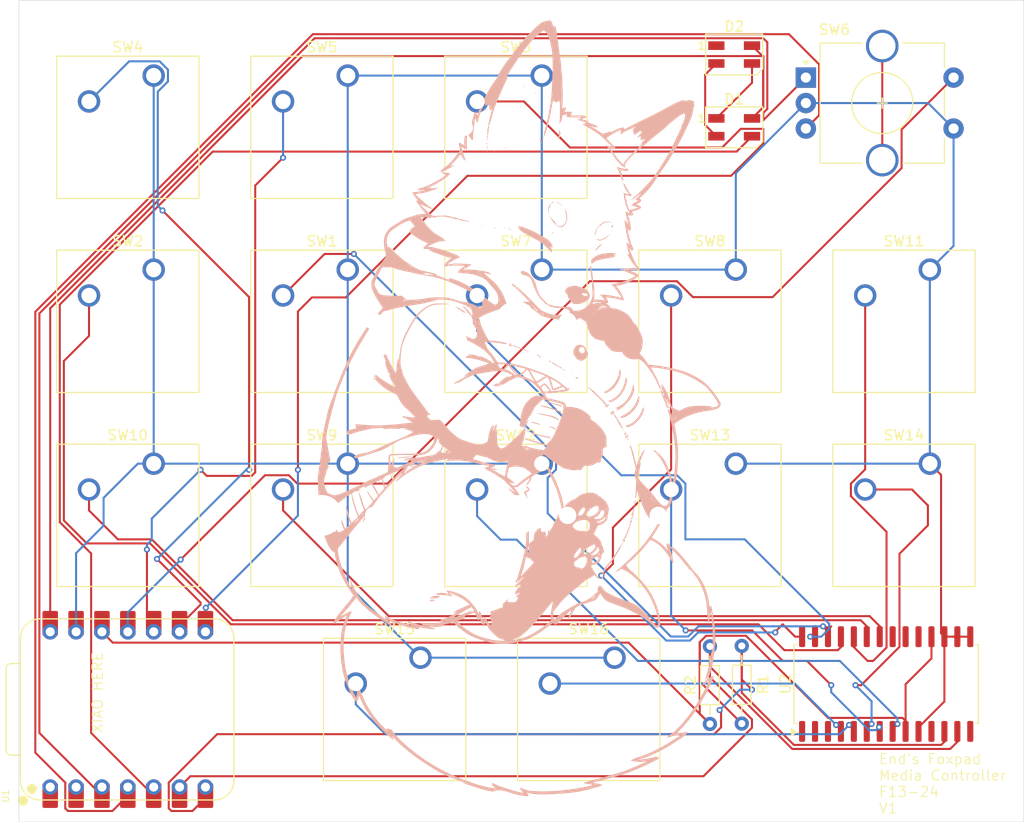
<source format=kicad_pcb>
(kicad_pcb (version 20240108) (generator "pcbnew") (generator_version "8.0")
  (layers (0 "F.Cu" signal) (31 "B.Cu" signal) (34 "B.Paste" user) (35 "F.Paste" user) (36 "B.SilkS" user "B.Silkscreen") (37 "F.SilkS" user "F.Silkscreen") (38 "B.Mask" user) (39 "F.Mask" user) (44 "Edge.Cuts" user))
  (net 0 "")
  (net 1 "Net-(D1-DIN)")
  (net 2 "Net-(D1-DOUT)")
  (net 3 "Net-(D1-VSS)")
  (net 4 "+5V")
  (net 6 "+3.3V")
  (net 7 "Net-(U1-GPIO0{slash}TX)")
  (net 8 "Net-(U1-GPIO7{slash}SCL)")
  (net 9 "Net-(U2-GPA5)")
  (net 10 "GND")
  (net 11 "Net-(U1-GPIO1{slash}RX)")
  (net 12 "Net-(U1-GPIO2{slash}SCK)")
  (net 13 "Net-(U1-GPIO4{slash}MISO)")
  (net 14 "ENC-B")
  (net 15 "ENC-A")
  (net 16 "Net-(U2-GPA6)")
  (net 17 "Net-(U2-GPA7)")
  (net 19 "Net-(U1-GPIO3{slash}MOSI)")
  (net 29 "unconnected-(SW6-PadMP)")
  (net 30 "Net-(U2-GPA4)")
  (net 31 "Net-(U2-GPA3)")
  (net 32 "Net-(U2-GPA1)")
  (net 33 "Net-(U2-GPB6)")
  (net 34 "Net-(U2-GPA2)")
  (net 35 "Net-(U2-GPB7)")
  (net 36 "Net-(U2-GPB5)")
  (net 37 "Net-(U2-GPB4)")
  (net 38 "Net-(U2-GPB3)")
  (footprint "3D Models:SW_Cherry_MX_1.00u_PCB_3D" (layer "F.Cu") (at 107.315 75.8825)
    (property "Reference" "SW5" (at -2.54 -2.794 0) (layer "F.SilkS"))
    (property "Value" "SW_Push")
    (pad "" np_thru_hole circle (at -7.62 5.08) (size 1.7 1.7) (drill 1.7) (layers "*.Cu" "*.Mask"))
    (pad "" np_thru_hole circle (at -2.54 5.08) (size 4 4) (drill 4) (layers "*.Cu" "*.Mask"))
    (pad "" np_thru_hole circle (at 2.54 5.08) (size 1.7 1.7) (drill 1.7) (layers "*.Cu" "*.Mask"))
    (pad "1" thru_hole circle (at 0 0) (size 2.2 2.2) (drill 1.5) (layers "*.Cu" "*.Mask") (net 10 "GND"))
    (pad "2" thru_hole circle (at -6.35 2.54) (size 2.2 2.2) (drill 1.5) (layers "*.Cu" "*.Mask") (net 13 "Net-(U1-GPIO4{slash}MISO)"))
  )
  (footprint "3D Models:SW_Cherry_MX_1.00u_PCB_3D" (layer "F.Cu") (at 126.365 94.9325)
    (property "Reference" "SW7" (at -2.54 -2.794 0) (layer "F.SilkS"))
    (property "Value" "SW_Push")
    (pad "" np_thru_hole circle (at -7.62 5.08) (size 1.7 1.7) (drill 1.7) (layers "*.Cu" "*.Mask"))
    (pad "" np_thru_hole circle (at -2.54 5.08) (size 4 4) (drill 4) (layers "*.Cu" "*.Mask"))
    (pad "" np_thru_hole circle (at 2.54 5.08) (size 1.7 1.7) (drill 1.7) (layers "*.Cu" "*.Mask"))
    (pad "1" thru_hole circle (at 0 0) (size 2.2 2.2) (drill 1.5) (layers "*.Cu" "*.Mask") (net 10 "GND"))
    (pad "2" thru_hole circle (at -6.35 2.54) (size 2.2 2.2) (drill 1.5) (layers "*.Cu" "*.Mask") (net 16 "Net-(U2-GPA6)"))
  )
  (footprint "3D Models:SW_Cherry_MX_1.00u_PCB_3D" (layer "F.Cu") (at 164.465 113.9825)
    (property "Reference" "SW14" (at -2.54 -2.794 0) (layer "F.SilkS"))
    (property "Value" "SW_Push")
    (pad "" np_thru_hole circle (at -7.62 5.08) (size 1.7 1.7) (drill 1.7) (layers "*.Cu" "*.Mask"))
    (pad "" np_thru_hole circle (at -2.54 5.08) (size 4 4) (drill 4) (layers "*.Cu" "*.Mask"))
    (pad "" np_thru_hole circle (at 2.54 5.08) (size 1.7 1.7) (drill 1.7) (layers "*.Cu" "*.Mask"))
    (pad "1" thru_hole circle (at 0 0) (size 2.2 2.2) (drill 1.5) (layers "*.Cu" "*.Mask") (net 10 "GND"))
    (pad "2" thru_hole circle (at -6.35 2.54) (size 2.2 2.2) (drill 1.5) (layers "*.Cu" "*.Mask") (net 36 "Net-(U2-GPB5)"))
  )
  (footprint "3D Models:SW_Cherry_MX_1.00u_PCB_3D" (layer "F.Cu") (at 107.315 94.9325)
    (property "Reference" "SW1" (at -2.54 -2.794 0) (layer "F.SilkS"))
    (property "Value" "SW_Push")
    (pad "" np_thru_hole circle (at -7.62 5.08) (size 1.7 1.7) (drill 1.7) (layers "*.Cu" "*.Mask"))
    (pad "" np_thru_hole circle (at -2.54 5.08) (size 4 4) (drill 4) (layers "*.Cu" "*.Mask"))
    (pad "" np_thru_hole circle (at 2.54 5.08) (size 1.7 1.7) (drill 1.7) (layers "*.Cu" "*.Mask"))
    (pad "1" thru_hole circle (at 0 0) (size 2.2 2.2) (drill 1.5) (layers "*.Cu" "*.Mask") (net 10 "GND"))
    (pad "2" thru_hole circle (at -6.35 2.54) (size 2.2 2.2) (drill 1.5) (layers "*.Cu" "*.Mask") (net 9 "Net-(U2-GPA5)"))
  )
  (footprint "3D Models:SW_Cherry_MX_1.00u_PCB_3D" (layer "F.Cu") (at 126.365 113.9825)
    (property "Reference" "SW12" (at -2.54 -2.794 0) (layer "F.SilkS"))
    (property "Value" "SW_Push")
    (pad "" np_thru_hole circle (at -7.62 5.08) (size 1.7 1.7) (drill 1.7) (layers "*.Cu" "*.Mask"))
    (pad "" np_thru_hole circle (at -2.54 5.08) (size 4 4) (drill 4) (layers "*.Cu" "*.Mask"))
    (pad "" np_thru_hole circle (at 2.54 5.08) (size 1.7 1.7) (drill 1.7) (layers "*.Cu" "*.Mask"))
    (pad "1" thru_hole circle (at 0 0) (size 2.2 2.2) (drill 1.5) (layers "*.Cu" "*.Mask") (net 10 "GND"))
    (pad "2" thru_hole circle (at -6.35 2.54) (size 2.2 2.2) (drill 1.5) (layers "*.Cu" "*.Mask") (net 35 "Net-(U2-GPB7)"))
  )
  (footprint "3D Models:SW_Cherry_MX_1.00u_PCB_3D" (layer "F.Cu") (at 133.50875 133.0325)
    (property "Reference" "SW16" (at -2.54 -2.794 0) (layer "F.SilkS"))
    (property "Value" "SW_Push")
    (pad "" np_thru_hole circle (at -7.62 5.08) (size 1.7 1.7) (drill 1.7) (layers "*.Cu" "*.Mask"))
    (pad "" np_thru_hole circle (at -2.54 5.08) (size 4 4) (drill 4) (layers "*.Cu" "*.Mask"))
    (pad "" np_thru_hole circle (at 2.54 5.08) (size 1.7 1.7) (drill 1.7) (layers "*.Cu" "*.Mask"))
    (pad "1" thru_hole circle (at 0 0) (size 2.2 2.2) (drill 1.5) (layers "*.Cu" "*.Mask") (net 10 "GND"))
    (pad "2" thru_hole circle (at -6.35 2.54) (size 2.2 2.2) (drill 1.5) (layers "*.Cu" "*.Mask") (net 38 "Net-(U2-GPB3)"))
  )
  (footprint "3D Models:SW_Cherry_MX_1.00u_PCB_3D" (layer "F.Cu") (at 114.45875 133.0325)
    (property "Reference" "SW15" (at -2.54 -2.794 0) (layer "F.SilkS"))
    (property "Value" "SW_Push")
    (pad "" np_thru_hole circle (at -7.62 5.08) (size 1.7 1.7) (drill 1.7) (layers "*.Cu" "*.Mask"))
    (pad "" np_thru_hole circle (at -2.54 5.08) (size 4 4) (drill 4) (layers "*.Cu" "*.Mask"))
    (pad "" np_thru_hole circle (at 2.54 5.08) (size 1.7 1.7) (drill 1.7) (layers "*.Cu" "*.Mask"))
    (pad "1" thru_hole circle (at 0 0) (size 2.2 2.2) (drill 1.5) (layers "*.Cu" "*.Mask") (net 10 "GND"))
    (pad "2" thru_hole circle (at -6.35 2.54) (size 2.2 2.2) (drill 1.5) (layers "*.Cu" "*.Mask") (net 37 "Net-(U2-GPB4)"))
  )
  (footprint "3D Models:SW_Cherry_MX_1.00u_PCB_3D" (layer "F.Cu") (at 88.265 113.9825)
    (property "Reference" "SW10" (at -2.54 -2.794 0) (layer "F.SilkS"))
    (property "Value" "SW_Push")
    (pad "" np_thru_hole circle (at -7.62 5.08) (size 1.7 1.7) (drill 1.7) (layers "*.Cu" "*.Mask"))
    (pad "" np_thru_hole circle (at -2.54 5.08) (size 4 4) (drill 4) (layers "*.Cu" "*.Mask"))
    (pad "" np_thru_hole circle (at 2.54 5.08) (size 1.7 1.7) (drill 1.7) (layers "*.Cu" "*.Mask"))
    (pad "1" thru_hole circle (at 0 0) (size 2.2 2.2) (drill 1.5) (layers "*.Cu" "*.Mask") (net 10 "GND"))
    (pad "2" thru_hole circle (at -6.35 2.54) (size 2.2 2.2) (drill 1.5) (layers "*.Cu" "*.Mask") (net 34 "Net-(U2-GPA2)"))
  )
  (footprint "3D Models:SW_Cherry_MX_1.00u_PCB_3D" (layer "F.Cu") (at 164.465 94.9325)
    (property "Reference" "SW11" (at -2.54 -2.794 0) (layer "F.SilkS"))
    (property "Value" "SW_Push")
    (pad "" np_thru_hole circle (at -7.62 5.08) (size 1.7 1.7) (drill 1.7) (layers "*.Cu" "*.Mask"))
    (pad "" np_thru_hole circle (at -2.54 5.08) (size 4 4) (drill 4) (layers "*.Cu" "*.Mask"))
    (pad "" np_thru_hole circle (at 2.54 5.08) (size 1.7 1.7) (drill 1.7) (layers "*.Cu" "*.Mask"))
    (pad "1" thru_hole circle (at 0 0) (size 2.2 2.2) (drill 1.5) (layers "*.Cu" "*.Mask") (net 10 "GND"))
    (pad "2" thru_hole circle (at -6.35 2.54) (size 2.2 2.2) (drill 1.5) (layers "*.Cu" "*.Mask") (net 31 "Net-(U2-GPA3)"))
  )
  (footprint "3D Models:LED_SK6812MINI_PLCC4_3.5x3.5mm_P1.75mm_3D" (layer "F.Cu") (at 145.25625 80.9625)
    (property "Reference" "D1" (at 0 -2.75 0) (layer "F.SilkS"))
    (property "Value" "SK6812MINI")
    (fp_text user "1" (at -3.2 -0.875 0) (layer "F.SilkS") (effects (font (size 0.8 0.8))))
    (pad "1" smd rect (at -1.75 -0.875) (size 1.6 0.85) (layers "F.Cu" "F.Paste" "F.Mask") (net 2 "Net-(D1-DOUT)"))
    (pad "2" smd rect (at -1.75 0.875) (size 1.6 0.85) (layers "F.Cu" "F.Paste" "F.Mask") (net 3 "Net-(D1-VSS)"))
    (pad "3" smd rect (at 1.75 0.875) (size 1.6 0.85) (layers "F.Cu" "F.Paste" "F.Mask") (net 1 "Net-(D1-DIN)"))
    (pad "4" smd rect (at 1.75 -0.875) (size 1.6 0.85) (layers "F.Cu" "F.Paste" "F.Mask") (net 4 "+5V"))
  )
  (footprint "3D Models:SW_Cherry_MX_1.00u_PCB_3D" (layer "F.Cu") (at 88.265 94.9325)
    (property "Reference" "SW2" (at -2.54 -2.794 0) (layer "F.SilkS"))
    (property "Value" "SW_Push")
    (pad "" np_thru_hole circle (at -7.62 5.08) (size 1.7 1.7) (drill 1.7) (layers "*.Cu" "*.Mask"))
    (pad "" np_thru_hole circle (at -2.54 5.08) (size 4 4) (drill 4) (layers "*.Cu" "*.Mask"))
    (pad "" np_thru_hole circle (at 2.54 5.08) (size 1.7 1.7) (drill 1.7) (layers "*.Cu" "*.Mask"))
    (pad "1" thru_hole circle (at 0 0) (size 2.2 2.2) (drill 1.5) (layers "*.Cu" "*.Mask") (net 10 "GND"))
    (pad "2" thru_hole circle (at -6.35 2.54) (size 2.2 2.2) (drill 1.5) (layers "*.Cu" "*.Mask") (net 30 "Net-(U2-GPA4)"))
  )
  (footprint "Resistor_THT:R_Axial_DIN0204_L3.6mm_D1.6mm_P7.62mm_Horizontal" (layer "F.Cu") (at 146 139.5 90)
    (property "Reference" "R1" (at 3.864 2.082 90) (layer "F.SilkS"))
    (property "Value" "R")
    (pad "1" thru_hole circle (at 0 0 90) (size 1.4 1.4) (drill 0.7) (layers "*.Cu" "*.Mask") (net 6 "+3.3V"))
    (pad "2" thru_hole oval (at 7.62 0 90) (size 1.4 1.4) (drill 0.7) (layers "*.Cu" "*.Mask") (net 7 "Net-(U1-GPIO0{slash}TX)"))
  )
  (footprint "Resistor_THT:R_Axial_DIN0204_L3.6mm_D1.6mm_P7.62mm_Horizontal" (layer "F.Cu") (at 142.875 139.54125 90)
    (property "Reference" "R2" (at 3.81 -1.92 90) (layer "F.SilkS"))
    (property "Value" "R")
    (pad "1" thru_hole circle (at 0 0 90) (size 1.4 1.4) (drill 0.7) (layers "*.Cu" "*.Mask") (net 6 "+3.3V"))
    (pad "2" thru_hole oval (at 7.62 0 90) (size 1.4 1.4) (drill 0.7) (layers "*.Cu" "*.Mask") (net 8 "Net-(U1-GPIO7{slash}SCL)"))
  )
  (footprint "3D Models:LED_SK6812MINI_PLCC4_3.5x3.5mm_P1.75mm_3D" (layer "F.Cu") (at 145.25625 73.81875)
    (property "Reference" "D2" (at 0 -2.75 0) (layer "F.SilkS"))
    (property "Value" "SK6812MINI")
    (fp_text user "1" (at -3.2 -0.875 0) (layer "F.SilkS") (effects (font (size 0.8 0.8))))
    (pad "1" smd rect (at -1.75 -0.875) (size 1.6 0.85) (layers "F.Cu" "F.Paste" "F.Mask"))
    (pad "2" smd rect (at -1.75 0.875) (size 1.6 0.85) (layers "F.Cu" "F.Paste" "F.Mask") (net 3 "Net-(D1-VSS)"))
    (pad "3" smd rect (at 1.75 0.875) (size 1.6 0.85) (layers "F.Cu" "F.Paste" "F.Mask") (net 2 "Net-(D1-DOUT)"))
    (pad "4" smd rect (at 1.75 -0.875) (size 1.6 0.85) (layers "F.Cu" "F.Paste" "F.Mask") (net 4 "+5V"))
  )
  (footprint "3D Models:SW_Cherry_MX_1.00u_PCB_3D" (layer "F.Cu") (at 145.415 113.9825)
    (property "Reference" "SW13" (at -2.54 -2.794 0) (layer "F.SilkS"))
    (property "Value" "SW_Push")
    (pad "" np_thru_hole circle (at -7.62 5.08) (size 1.7 1.7) (drill 1.7) (layers "*.Cu" "*.Mask"))
    (pad "" np_thru_hole circle (at -2.54 5.08) (size 4 4) (drill 4) (layers "*.Cu" "*.Mask"))
    (pad "" np_thru_hole circle (at 2.54 5.08) (size 1.7 1.7) (drill 1.7) (layers "*.Cu" "*.Mask"))
    (pad "1" thru_hole circle (at 0 0) (size 2.2 2.2) (drill 1.5) (layers "*.Cu" "*.Mask") (net 10 "GND"))
    (pad "2" thru_hole circle (at -6.35 2.54) (size 2.2 2.2) (drill 1.5) (layers "*.Cu" "*.Mask") (net 33 "Net-(U2-GPB6)"))
  )
  (footprint "3D Models:SW_Cherry_MX_1.00u_PCB_3D" (layer "F.Cu") (at 107.315 113.9825)
    (property "Reference" "SW9" (at -2.54 -2.794 0) (layer "F.SilkS"))
    (property "Value" "SW_Push")
    (pad "" np_thru_hole circle (at -7.62 5.08) (size 1.7 1.7) (drill 1.7) (layers "*.Cu" "*.Mask"))
    (pad "" np_thru_hole circle (at -2.54 5.08) (size 4 4) (drill 4) (layers "*.Cu" "*.Mask"))
    (pad "" np_thru_hole circle (at 2.54 5.08) (size 1.7 1.7) (drill 1.7) (layers "*.Cu" "*.Mask"))
    (pad "1" thru_hole circle (at 0 0) (size 2.2 2.2) (drill 1.5) (layers "*.Cu" "*.Mask") (net 10 "GND"))
    (pad "2" thru_hole circle (at -6.35 2.54) (size 2.2 2.2) (drill 1.5) (layers "*.Cu" "*.Mask") (net 32 "Net-(U2-GPA1)"))
  )
  (footprint "3D Models:SW_Cherry_MX_1.00u_PCB_3D" (layer "F.Cu") (at 145.415 94.9325)
    (property "Reference" "SW8" (at -2.54 -2.794 0) (layer "F.SilkS"))
    (property "Value" "SW_Push")
    (pad "" np_thru_hole circle (at -7.62 5.08) (size 1.7 1.7) (drill 1.7) (layers "*.Cu" "*.Mask"))
    (pad "" np_thru_hole circle (at -2.54 5.08) (size 4 4) (drill 4) (layers "*.Cu" "*.Mask"))
    (pad "" np_thru_hole circle (at 2.54 5.08) (size 1.7 1.7) (drill 1.7) (layers "*.Cu" "*.Mask"))
    (pad "1" thru_hole circle (at 0 0) (size 2.2 2.2) (drill 1.5) (layers "*.Cu" "*.Mask") (net 10 "GND"))
    (pad "2" thru_hole circle (at -6.35 2.54) (size 2.2 2.2) (drill 1.5) (layers "*.Cu" "*.Mask") (net 17 "Net-(U2-GPA7)"))
  )
  (footprint "3D Models:SW_Cherry_MX_1.00u_PCB_3D" (layer "F.Cu") (at 126.365 75.8825)
    (property "Reference" "SW3" (at -2.54 -2.794 0) (layer "F.SilkS"))
    (property "Value" "SW_Push")
    (pad "" np_thru_hole circle (at -7.62 5.08) (size 1.7 1.7) (drill 1.7) (layers "*.Cu" "*.Mask"))
    (pad "" np_thru_hole circle (at -2.54 5.08) (size 4 4) (drill 4) (layers "*.Cu" "*.Mask"))
    (pad "" np_thru_hole circle (at 2.54 5.08) (size 1.7 1.7) (drill 1.7) (layers "*.Cu" "*.Mask"))
    (pad "1" thru_hole circle (at 0 0) (size 2.2 2.2) (drill 1.5) (layers "*.Cu" "*.Mask") (net 10 "GND"))
    (pad "2" thru_hole circle (at -6.35 2.54) (size 2.2 2.2) (drill 1.5) (layers "*.Cu" "*.Mask") (net 11 "Net-(U1-GPIO1{slash}RX)"))
  )
  (footprint "3D Models:SW_Cherry_MX_1.00u_PCB_3D" (layer "F.Cu") (at 88.265 75.8825)
    (property "Reference" "SW4" (at -2.54 -2.794 0) (layer "F.SilkS"))
    (property "Value" "SW_Push")
    (pad "" np_thru_hole circle (at -7.62 5.08) (size 1.7 1.7) (drill 1.7) (layers "*.Cu" "*.Mask"))
    (pad "" np_thru_hole circle (at -2.54 5.08) (size 4 4) (drill 4) (layers "*.Cu" "*.Mask"))
    (pad "" np_thru_hole circle (at 2.54 5.08) (size 1.7 1.7) (drill 1.7) (layers "*.Cu" "*.Mask"))
    (pad "1" thru_hole circle (at 0 0) (size 2.2 2.2) (drill 1.5) (layers "*.Cu" "*.Mask") (net 10 "GND"))
    (pad "2" thru_hole circle (at -6.35 2.54) (size 2.2 2.2) (drill 1.5) (layers "*.Cu" "*.Mask") (net 12 "Net-(U1-GPIO2{slash}SCK)"))
  )
  (footprint "Package_SO:SOIC-28W_7.5x17.9mm_P1.27mm" (layer "F.Cu") (at 160.17875 135.61875 90)
    (property "Reference" "U2" (at 0 -9.9 90) (layer "F.SilkS"))
    (property "Value" "MCP23017_SO")
    (pad "1" smd roundrect (at -4.65 -8.255 90) (size 2.05 0.6) (layers "F.Cu" "F.Paste" "F.Mask"))
    (pad "2" smd roundrect (at -4.65 -6.985 90) (size 2.05 0.6) (layers "F.Cu" "F.Paste" "F.Mask"))
    (pad "3" smd roundrect (at -4.65 -5.715 90) (size 2.05 0.6) (layers "F.Cu" "F.Paste" "F.Mask"))
    (pad "4" smd roundrect (at -4.65 -4.445 90) (size 2.05 0.6) (layers "F.Cu" "F.Paste" "F.Mask") (net 38 "Net-(U2-GPB3)"))
    (pad "5" smd roundrect (at -4.65 -3.175 90) (size 2.05 0.6) (layers "F.Cu" "F.Paste" "F.Mask") (net 37 "Net-(U2-GPB4)"))
    (pad "6" smd roundrect (at -4.65 -1.905 90) (size 2.05 0.6) (layers "F.Cu" "F.Paste" "F.Mask") (net 36 "Net-(U2-GPB5)"))
    (pad "7" smd roundrect (at -4.65 -0.635 90) (size 2.05 0.6) (layers "F.Cu" "F.Paste" "F.Mask") (net 33 "Net-(U2-GPB6)"))
    (pad "8" smd roundrect (at -4.65 0.635 90) (size 2.05 0.6) (layers "F.Cu" "F.Paste" "F.Mask") (net 35 "Net-(U2-GPB7)"))
    (pad "9" smd roundrect (at -4.65 1.905 90) (size 2.05 0.6) (layers "F.Cu" "F.Paste" "F.Mask") (net 6 "+3.3V"))
    (pad "10" smd roundrect (at -4.65 3.175 90) (size 2.05 0.6) (layers "F.Cu" "F.Paste" "F.Mask") (net 10 "GND"))
    (pad "11" smd roundrect (at -4.65 4.445 90) (size 2.05 0.6) (layers "F.Cu" "F.Paste" "F.Mask"))
    (pad "12" smd roundrect (at -4.65 5.715 90) (size 2.05 0.6) (layers "F.Cu" "F.Paste" "F.Mask") (net 7 "Net-(U1-GPIO0{slash}TX)"))
    (pad "13" smd roundrect (at -4.65 6.985 90) (size 2.05 0.6) (layers "F.Cu" "F.Paste" "F.Mask") (net 8 "Net-(U1-GPIO7{slash}SCL)"))
    (pad "14" smd roundrect (at -4.65 8.255 90) (size 2.05 0.6) (layers "F.Cu" "F.Paste" "F.Mask"))
    (pad "15" smd roundrect (at 4.65 8.255 90) (size 2.05 0.6) (layers "F.Cu" "F.Paste" "F.Mask") (net 10 "GND"))
    (pad "16" smd roundrect (at 4.65 6.985 90) (size 2.05 0.6) (layers "F.Cu" "F.Paste" "F.Mask") (net 10 "GND"))
    (pad "17" smd roundrect (at 4.65 5.715 90) (size 2.05 0.6) (layers "F.Cu" "F.Paste" "F.Mask") (net 10 "GND"))
    (pad "18" smd roundrect (at 4.65 4.445 90) (size 2.05 0.6) (layers "F.Cu" "F.Paste" "F.Mask") (net 6 "+3.3V"))
    (pad "19" smd roundrect (at 4.65 3.175 90) (size 2.05 0.6) (layers "F.Cu" "F.Paste" "F.Mask"))
    (pad "20" smd roundrect (at 4.65 1.905 90) (size 2.05 0.6) (layers "F.Cu" "F.Paste" "F.Mask"))
    (pad "21" smd roundrect (at 4.65 0.635 90) (size 2.05 0.6) (layers "F.Cu" "F.Paste" "F.Mask"))
    (pad "22" smd roundrect (at 4.65 -0.635 90) (size 2.05 0.6) (layers "F.Cu" "F.Paste" "F.Mask") (net 32 "Net-(U2-GPA1)"))
    (pad "23" smd roundrect (at 4.65 -1.905 90) (size 2.05 0.6) (layers "F.Cu" "F.Paste" "F.Mask") (net 34 "Net-(U2-GPA2)"))
    (pad "24" smd roundrect (at 4.65 -3.175 90) (size 2.05 0.6) (layers "F.Cu" "F.Paste" "F.Mask") (net 31 "Net-(U2-GPA3)"))
    (pad "25" smd roundrect (at 4.65 -4.445 90) (size 2.05 0.6) (layers "F.Cu" "F.Paste" "F.Mask") (net 30 "Net-(U2-GPA4)"))
    (pad "26" smd roundrect (at 4.65 -5.715 90) (size 2.05 0.6) (layers "F.Cu" "F.Paste" "F.Mask") (net 9 "Net-(U2-GPA5)"))
    (pad "27" smd roundrect (at 4.65 -6.985 90) (size 2.05 0.6) (layers "F.Cu" "F.Paste" "F.Mask") (net 16 "Net-(U2-GPA6)"))
    (pad "28" smd roundrect (at 4.65 -8.255 90) (size 2.05 0.6) (layers "F.Cu" "F.Paste" "F.Mask") (net 17 "Net-(U2-GPA7)"))
  )
  (footprint "3D Models:XIAO-RP2040-DIP-3D" (layer "F.Cu") (at 85.725 138.1125 90)
    (property "Reference" "U1" (at -8.5 -12 90) (layer "F.SilkS") (effects (font (size 0.635 0.635) (thickness 0.1016))))
    (property "Value" "XIAO-RP2040-DIP")
    (pad "1" smd roundrect (at -8.455 -7.62 270) (size 2.432 1.524) (layers "F.Cu" "F.Mask") (roundrect_rratio 0.1))
    (pad "1" thru_hole circle (at -7.62 -7.62 270) (size 1.524 1.524) (drill 0.889) (layers "*.Cu" "*.Mask"))
    (pad "2" smd roundrect (at -8.455 -5.08 270) (size 2.432 1.524) (layers "F.Cu" "F.Mask") (roundrect_rratio 0.1))
    (pad "2" thru_hole circle (at -7.62 -5.08 270) (size 1.524 1.524) (drill 0.889) (layers "*.Cu" "*.Mask"))
    (pad "3" smd roundrect (at -8.455 -2.54 270) (size 2.432 1.524) (layers "F.Cu" "F.Mask") (roundrect_rratio 0.1) (net 15 "ENC-A"))
    (pad "3" thru_hole circle (at -7.62 -2.54 270) (size 1.524 1.524) (drill 0.889) (layers "*.Cu" "*.Mask") (net 15 "ENC-A"))
    (pad "4" smd roundrect (at -8.455 0 270) (size 2.432 1.524) (layers "F.Cu" "F.Mask") (roundrect_rratio 0.1) (net 14 "ENC-B"))
    (pad "4" thru_hole circle (at -7.62 0 270) (size 1.524 1.524) (drill 0.889) (layers "*.Cu" "*.Mask") (net 14 "ENC-B"))
    (pad "5" smd roundrect (at -8.455 2.54 270) (size 2.432 1.524) (layers "F.Cu" "F.Mask") (roundrect_rratio 0.1) (net 1 "Net-(D1-DIN)"))
    (pad "5" thru_hole circle (at -7.62 2.54 270) (size 1.524 1.524) (drill 0.889) (layers "*.Cu" "*.Mask") (net 1 "Net-(D1-DIN)"))
    (pad "6" smd roundrect (at -8.455 5.08 270) (size 2.432 1.524) (layers "F.Cu" "F.Mask") (roundrect_rratio 0.1) (net 8 "Net-(U1-GPIO7{slash}SCL)"))
    (pad "6" thru_hole circle (at -7.62 5.08 270) (size 1.524 1.524) (drill 0.889) (layers "*.Cu" "*.Mask") (net 8 "Net-(U1-GPIO7{slash}SCL)"))
    (pad "7" smd roundrect (at -8.455 7.62 270) (size 2.432 1.524) (layers "F.Cu" "F.Mask") (roundrect_rratio 0.1) (net 7 "Net-(U1-GPIO0{slash}TX)"))
    (pad "7" thru_hole circle (at -7.62 7.62 270) (size 1.524 1.524) (drill 0.889) (layers "*.Cu" "*.Mask") (net 7 "Net-(U1-GPIO0{slash}TX)"))
    (pad "8" thru_hole circle (at 7.62 7.62 90) (size 1.524 1.524) (drill 0.889) (layers "*.Cu" "*.Mask") (net 11 "Net-(U1-GPIO1{slash}RX)"))
    (pad "8" smd roundrect (at 8.455 7.62 90) (size 2.432 1.524) (layers "F.Cu" "F.Mask") (roundrect_rratio 0.1) (net 11 "Net-(U1-GPIO1{slash}RX)"))
    (pad "9" thru_hole circle (at 7.62 5.08 90) (size 1.524 1.524) (drill 0.889) (layers "*.Cu" "*.Mask") (net 12 "Net-(U1-GPIO2{slash}SCK)"))
    (pad "9" smd roundrect (at 8.455 5.08 90) (size 2.432 1.524) (layers "F.Cu" "F.Mask") (roundrect_rratio 0.1) (net 12 "Net-(U1-GPIO2{slash}SCK)"))
    (pad "10" thru_hole circle (at 7.62 2.54 90) (size 1.524 1.524) (drill 0.889) (layers "*.Cu" "*.Mask") (net 13 "Net-(U1-GPIO4{slash}MISO)"))
    (pad "10" smd roundrect (at 8.455 2.54 90) (size 2.432 1.524) (layers "F.Cu" "F.Mask") (roundrect_rratio 0.1) (net 13 "Net-(U1-GPIO4{slash}MISO)"))
    (pad "11" thru_hole circle (at 7.62 0 90) (size 1.524 1.524) (drill 0.889) (layers "*.Cu" "*.Mask") (net 19 "Net-(U1-GPIO3{slash}MOSI)"))
    (pad "11" smd roundrect (at 8.455 0 90) (size 2.432 1.524) (layers "F.Cu" "F.Mask") (roundrect_rratio 0.1) (net 19 "Net-(U1-GPIO3{slash}MOSI)"))
    (pad "12" thru_hole circle (at 7.62 -2.54 90) (size 1.524 1.524) (drill 0.889) (layers "*.Cu" "*.Mask") (net 6 "+3.3V"))
    (pad "12" smd roundrect (at 8.455 -2.54 90) (size 2.432 1.524) (layers "F.Cu" "F.Mask") (roundrect_rratio 0.1) (net 6 "+3.3V"))
    (pad "13" thru_hole circle (at 7.62 -5.08 90) (size 1.524 1.524) (drill 0.889) (layers "*.Cu" "*.Mask") (net 10 "GND"))
    (pad "13" smd roundrect (at 8.455 -5.08 90) (size 2.432 1.524) (layers "F.Cu" "F.Mask") (roundrect_rratio 0.1) (net 10 "GND"))
    (pad "14" thru_hole circle (at 7.62 -7.62 90) (size 1.524 1.524) (drill 0.889) (layers "*.Cu" "*.Mask") (net 4 "+5V"))
    (pad "14" smd roundrect (at 8.455 -7.62 90) (size 2.432 1.524) (layers "F.Cu" "F.Mask") (roundrect_rratio 0.1) (net 4 "+5V"))
  )
  (footprint "3D Models:RotaryEncoder_Alps_EC11E-Switch_Vertical_H20mm_CircularMountingHoles_3D" (layer "F.Cu") (at 152.29375 76.08125)
    (property "Reference" "SW6" (at 2.8 -4.7 0) (layer "F.SilkS"))
    (property "Value" "RotaryEncoder_Switch")
    (pad "A" thru_hole rect (at 0 0) (size 2 2) (drill 1) (layers "*.Cu" "*.Mask") (net 15 "ENC-A"))
    (pad "B" thru_hole circle (at 0 5) (size 2 2) (drill 1) (layers "*.Cu" "*.Mask") (net 14 "ENC-B"))
    (pad "C" thru_hole circle (at 0 2.5) (size 2 2) (drill 1) (layers "*.Cu" "*.Mask") (net 10 "GND"))
    (pad "MP" thru_hole circle (at 7.5 -3.1) (size 3.2 3.2) (drill 2.6) (layers "*.Cu" "*.Mask") (net 29 "unconnected-(SW6-PadMP)"))
    (pad "MP" thru_hole circle (at 7.5 8.1) (size 3.2 3.2) (drill 2.6) (layers "*.Cu" "*.Mask") (net 29 "unconnected-(SW6-PadMP)"))
    (pad "S1" thru_hole circle (at 14.5 5) (size 2 2) (drill 1) (layers "*.Cu" "*.Mask") (net 10 "GND"))
    (pad "S2" thru_hole circle (at 14.5 0) (size 2 2) (drill 1) (layers "*.Cu" "*.Mask") (net 19 "Net-(U1-GPIO3{slash}MOSI)"))
  )
  (footprint "LOGO" (layer "B.Cu") (at 123.8 108.8 180)
    (property "Reference" "G***" (hide yes))
    (property "Value" "LOGO" (hide yes))
  )
  (gr_rect (start 75.0316 68.4875) (end 173.69015 149.1615) (stroke (width 0.05)) (fill none) (layer "Edge.Cuts"))
  (gr_text "XIAO HERE" (at 83.34375 140.49375 90) (layer "F.SilkS") (effects (font (size 1 1) (thickness 0.1)) (justify left bottom)))
  (gr_text "End's Foxpad\nMedia Controller\nF13-24\nV1" (at 159.4 148.4 0) (layer "F.SilkS") (effects (font (size 1 1) (thickness 0.1)) (justify left bottom)))
  (segment (start 88.265 146.5675) (end 82.123 140.4255) (width 0.2) (layer "F.Cu") (net 1))
  (segment (start 145.5 83.34375) (end 147.00625 81.8375) (width 0.2) (layer "F.Cu") (net 1))
  (segment (start 82.123 140.4255) (end 82.123 122.803242) (width 0.2) (layer "F.Cu") (net 1))
  (segment (start 82.123 122.803242) (end 79.045 119.725242) (width 0.2) (layer "F.Cu") (net 1))
  (segment (start 94.063851 83.34375) (end 145.5 83.34375) (width 0.2) (layer "F.Cu") (net 1))
  (segment (start 79.045 119.725242) (end 79.045 98.362601) (width 0.2) (layer "F.Cu") (net 1))
  (segment (start 79.045 98.362601) (end 94.063851 83.34375) (width 0.2) (layer "F.Cu") (net 1))
  (segment (start 147.00625 76.5875) (end 143.50625 80.0875) (width 0.2) (layer "F.Cu") (net 2))
  (segment (start 147.00625 74.69375) (end 147.00625 76.5875) (width 0.2) (layer "F.Cu") (net 2))
  (segment (start 143.50625 74.69375) (end 142.40625 75.79375) (width 0.2) (layer "F.Cu") (net 3))
  (segment (start 142.40625 75.79375) (end 142.40625 80.7375) (width 0.2) (layer "F.Cu") (net 3))
  (segment (start 142.40625 80.7375) (end 143.50625 81.8375) (width 0.2) (layer "F.Cu") (net 3))
  (segment (start 148.10625 78.9875) (end 148.10625 74.04375) (width 0.2) (layer "F.Cu") (net 4))
  (segment (start 148.10625 78.9875) (end 148.10625 73.96875) (width 0.2) (layer "F.Cu") (net 4))
  (segment (start 102.873165 73.96875) (end 78.105 98.736915) (width 0.2) (layer "F.Cu") (net 4))
  (segment (start 147.00625 80.0875) (end 148.10625 78.9875) (width 0.2) (layer "F.Cu") (net 4))
  (segment (start 148.10625 73.96875) (end 102.873165 73.96875) (width 0.2) (layer "F.Cu") (net 4))
  (segment (start 148.10625 74.04375) (end 147.00625 72.94375) (width 0.2) (layer "F.Cu") (net 4))
  (segment (start 78.105 98.736915) (end 78.105 130.4925) (width 0.2) (layer "F.Cu") (net 4))
  (segment (start 84.247 131.5545) (end 83.185 130.4925) (width 0.2) (layer "F.Cu") (net 6))
  (segment (start 154.477964 138.94375) (end 161.783749 138.94375) (width 0.2) (layer "F.Cu") (net 6))
  (segment (start 164.62375 130.96875) (end 164.62375 133.104302) (width 0.2) (layer "F.Cu") (net 6))
  (segment (start 146 139.5) (end 141.875 135.375) (width 0.2) (layer "F.Cu") (net 6))
  (segment (start 161.783749 138.94375) (end 162.08375 139.243751) (width 0.2) (layer "F.Cu") (net 6))
  (segment (start 162.08375 139.243751) (end 162.08375 140.26875) (width 0.2) (layer "F.Cu") (net 6))
  (segment (start 141.875 135.375) (end 141.875 131.507036) (width 0.2) (layer "F.Cu") (net 6))
  (segment (start 141.875 138.54125) (end 142.875 139.54125) (width 0.2) (layer "F.Cu") (net 6))
  (segment (start 134.88825 131.5545) (end 84.247 131.5545) (width 0.2) (layer "F.Cu") (net 6))
  (segment (start 141.875 131.507036) (end 141.875 138.54125) (width 0.2) (layer "F.Cu") (net 6))
  (segment (start 141.875 131.507036) (end 142.502036 130.88) (width 0.2) (layer "F.Cu") (net 6))
  (segment (start 142.502036 130.88) (end 146.414214 130.88) (width 0.2) (layer "F.Cu") (net 6))
  (segment (start 164.62375 133.104302) (end 162.08375 135.644302) (width 0.2) (layer "F.Cu") (net 6))
  (segment (start 162.08375 135.644302) (end 162.08375 140.26875) (width 0.2) (layer "F.Cu") (net 6))
  (segment (start 146.414214 130.88) (end 154.477964 138.94375) (width 0.2) (layer "F.Cu") (net 6))
  (segment (start 142.875 139.54125) (end 134.88825 131.5545) (width 0.2) (layer "F.Cu") (net 6))
  (segment (start 151.11875 141.59375) (end 165.5875 141.59375) (width 0.2) (layer "F.Cu") (net 7))
  (segment (start 165.5875 141.59375) (end 165.89375 141.2875) (width 0.2) (layer "F.Cu") (net 7))
  (segment (start 146 136.475) (end 151.11875 141.59375) (width 0.2) (layer "F.Cu") (net 7))
  (segment (start 146 131.88) (end 146 136.475) (width 0.2) (layer "F.Cu") (net 7))
  (segment (start 93.345 145.7325) (end 93.345 146.81013) (width 0.2) (layer "F.Cu") (net 7))
  (segment (start 143.967157 138.315687) (end 143.825735 138.174265) (width 0.2) (layer "F.Cu") (net 7))
  (segment (start 143.289214 140.54125) (end 143.967157 139.863307) (width 0.2) (layer "F.Cu") (net 7))
  (segment (start 90.003786 148.0835) (end 89.743 147.822714) (width 0.2) (layer "F.Cu") (net 7))
  (segment (start 143.967157 139.863307) (end 143.967157 138.315687) (width 0.2) (layer "F.Cu") (net 7))
  (segment (start 146 135.1725) (end 146 131.88) (width 0.2) (layer "F.Cu") (net 7))
  (segment (start 165.89375 141.2875) (end 165.89375 140.26875) (width 0.2) (layer "F.Cu") (net 7))
  (segment (start 147 136.1725) (end 146 135.1725) (width 0.2) (layer "F.Cu") (net 7))
  (segment (start 94.494355 140.54125) (end 143.289214 140.54125) (width 0.2) (layer "F.Cu") (net 7))
  (segment (start 89.743 145.292605) (end 94.494355 140.54125) (width 0.2) (layer "F.Cu") (net 7))
  (segment (start 92.07163 148.0835) (end 90.003786 148.0835) (width 0.2) (layer "F.Cu") (net 7))
  (segment (start 89.743 147.822714) (end 89.743 145.292605) (width 0.2) (layer "F.Cu") (net 7))
  (segment (start 93.345 146.81013) (end 92.07163 148.0835) (width 0.2) (layer "F.Cu") (net 7))
  (via (at 147 136.1725) (size 0.6) (drill 0.3) (layers "F.Cu" "B.Cu") (net 7))
  (via (at 143.825735 138.174265) (size 0.6) (drill 0.3) (layers "F.Cu" "B.Cu") (net 7))
  (segment (start 145.8275 136.1725) (end 147 136.1725) (width 0.2) (layer "B.Cu") (net 7))
  (segment (start 143.825735 138.174265) (end 145.8275 136.1725) (width 0.2) (layer "B.Cu") (net 7))
  (segment (start 167.16375 140.26875) (end 167.16375 141.293749) (width 0.2) (layer "F.Cu") (net 8))
  (segment (start 91.867 144.6705) (end 90.805 145.7325) (width 0.2) (layer "F.Cu") (net 8))
  (segment (start 142.243714 144.6705) (end 91.867 144.6705) (width 0.2) (layer "F.Cu") (net 8))
  (segment (start 142.875 131.92125) (end 142.875 134.960786) (width 0.2) (layer "F.Cu") (net 8))
  (segment (start 147 139.914214) (end 142.243714 144.6705) (width 0.2) (layer "F.Cu") (net 8))
  (segment (start 142.875 133.915686) (end 142.875 131.92125) (width 0.2) (layer "F.Cu") (net 8))
  (segment (start 142.875 134.960786) (end 147 139.085786) (width 0.2) (layer "F.Cu") (net 8))
  (segment (start 166.463749 141.99375) (end 150.953064 141.99375) (width 0.2) (layer "F.Cu") (net 8))
  (segment (start 147 139.085786) (end 147 139.914214) (width 0.2) (layer "F.Cu") (net 8))
  (segment (start 150.953064 141.99375) (end 142.875 133.915686) (width 0.2) (layer "F.Cu") (net 8))
  (segment (start 167.16375 141.293749) (end 166.463749 141.99375) (width 0.2) (layer "F.Cu") (net 8))
  (segment (start 154.46375 130.439219) (end 153.978725 129.954194) (width 0.2) (layer "F.Cu") (net 9))
  (segment (start 154.46375 130.96875) (end 154.46375 130.439219) (width 0.2) (layer "F.Cu") (net 9))
  (segment (start 105.043441 93.394059) (end 100.965 97.4725) (width 0.2) (layer "F.Cu") (net 9))
  (segment (start 154.46375 130.96875) (end 154.46375 130.271694) (width 0.2) (layer "F.Cu") (net 9))
  (segment (start 107.915 93.394059) (end 105.043441 93.394059) (width 0.2) (layer "F.Cu") (net 9))
  (segment (start 154.46375 130.271694) (end 154.78125 129.954194) (width 0.2) (layer "F.Cu") (net 9))
  (via (at 107.915 93.394059) (size 0.6) (drill 0.3) (layers "F.Cu" "B.Cu") (net 9))
  (via (at 153.978725 129.954194) (size 0.6) (drill 0.3) (layers "F.Cu" "B.Cu") (net 9))
  (segment (start 139.040096 130.954194) (end 126.944899 118.858997) (width 0.2) (layer "B.Cu") (net 9))
  (segment (start 153.978725 129.954194) (end 141.742279 129.954194) (width 0.2) (layer "B.Cu") (net 9))
  (segment (start 126.944899 118.858997) (end 126.944899 115.3825) (width 0.2) (layer "B.Cu") (net 9))
  (segment (start 127.765 114.562399) (end 127.765 113.244059) (width 0.2) (layer "B.Cu") (net 9))
  (segment (start 127.765 113.244059) (end 107.915 93.394059) (width 0.2) (layer "B.Cu") (net 9))
  (segment (start 126.944899 115.3825) (end 127.765 114.562399) (width 0.2) (layer "B.Cu") (net 9))
  (segment (start 140.742279 130.954194) (end 139.040096 130.954194) (width 0.2) (layer "B.Cu") (net 9))
  (segment (start 141.742279 129.954194) (end 140.742279 130.954194) (width 0.2) (layer "B.Cu") (net 9))
  (segment (start 163.35375 139.873198) (end 163.35375 140.26875) (width 0.2) (layer "F.Cu") (net 10))
  (segment (start 165.89375 130.96875) (end 165.89375 137.333198) (width 0.2) (layer "F.Cu") (net 10))
  (segment (start 165.89375 130.96875) (end 166.6875 130.96875) (width 0.2) (layer "F.Cu") (net 10))
  (segment (start 166.6875 130.96875) (end 168.43375 130.96875) (width 0.2) (layer "F.Cu") (net 10))
  (segment (start 165.89375 137.333198) (end 163.35375 139.873198) (width 0.2) (layer "F.Cu") (net 10))
  (segment (start 164.465 113.9825) (end 165.564999 115.082499) (width 0.2) (layer "F.Cu") (net 10))
  (segment (start 166.6875 130.96875) (end 167.16375 130.96875) (width 0.2) (layer "F.Cu") (net 10))
  (segment (start 165.564999 130.639999) (end 165.89375 130.96875) (width 0.2) (layer "F.Cu") (net 10))
  (segment (start 165.564999 115.082499) (end 165.564999 130.639999) (width 0.2) (layer "F.Cu") (net 10))
  (segment (start 86.709366 113.9825) (end 83.34375 117.348116) (width 0.2) (layer "B.Cu") (net 10))
  (segment (start 107.315 113.9825) (end 107.315 75.8825) (width 0.2) (layer "B.Cu") (net 10))
  (segment (start 126.365 94.9325) (end 145.415 94.9325) (width 0.2) (layer "B.Cu") (net 10))
  (segment (start 88.265 75.8825) (end 88.265 94.9325) (width 0.2) (layer "B.Cu") (net 10))
  (segment (start 83.34375 120.067153) (end 80.645 122.765903) (width 0.2) (layer "B.Cu") (net 10))
  (segment (start 166.79375 81.08125) (end 166.79375 92.60375) (width 0.2) (layer "B.Cu") (net 10))
  (segment (start 83.34375 117.348116) (end 83.34375 120.067153) (width 0.2) (layer "B.Cu") (net 10))
  (segment (start 107.315 113.9825) (end 126.365 113.9825) (width 0.2) (layer "B.Cu") (net 10))
  (segment (start 107.315 125.88875) (end 114.45875 133.0325) (width 0.2) (layer "B.Cu") (net 10))
  (segment (start 164.465 113.9825) (end 145.415 113.9825) (width 0.2) (layer "B.Cu") (net 10))
  (segment (start 145.415 94.9325) (end 145.415 85.46) (width 0.2) (layer "B.Cu") (net 10))
  (segment (start 114.45875 133.0325) (end 133.50875 133.0325) (width 0.2) (layer "B.Cu") (net 10))
  (segment (start 164.465 94.9325) (end 164.465 113.9825) (width 0.2) (layer "B.Cu") (net 10))
  (segment (start 145.415 85.46) (end 152.29375 78.58125) (width 0.2) (layer "B.Cu") (net 10))
  (segment (start 107.315 113.9825) (end 107.315 125.88875) (width 0.2) (layer "B.Cu") (net 10))
  (segment (start 88.265 94.9325) (end 88.265 113.9825) (width 0.2) (layer "B.Cu") (net 10))
  (segment (start 164.29375 78.58125) (end 166.79375 81.08125) (width 0.2) (layer "B.Cu") (net 10))
  (segment (start 107.315 75.8825) (end 126.365 75.8825) (width 0.2) (layer "B.Cu") (net 10))
  (segment (start 88.265 113.9825) (end 107.315 113.9825) (width 0.2) (layer "B.Cu") (net 10))
  (segment (start 152.29375 78.58125) (end 164.29375 78.58125) (width 0.2) (layer "B.Cu") (net 10))
  (segment (start 88.265 113.9825) (end 86.709366 113.9825) (width 0.2) (layer "B.Cu") (net 10))
  (segment (start 166.79375 92.60375) (end 164.465 94.9325) (width 0.2) (layer "B.Cu") (net 10))
  (segment (start 80.645 122.765903) (end 80.645 130.4925) (width 0.2) (layer "B.Cu") (net 10))
  (segment (start 126.365 75.8825) (end 126.365 94.9325) (width 0.2) (layer "B.Cu") (net 10))
  (segment (start 107.125 97.6625) (end 119.0625 85.725) (width 0.2) (layer "F.Cu") (net 11))
  (segment (start 144.075 82.94375) (end 129.129652 82.94375) (width 0.2) (layer "F.Cu") (net 11))
  (segment (start 148.10625 82.5625) (end 148.10625 81.1125) (width 0.2) (layer "F.Cu") (net 11))
  (segment (start 145.90625 81.1125) (end 144.075 82.94375) (width 0.2) (layer "F.Cu") (net 11))
  (segment (start 119.0625 85.725) (end 144.94375 85.725) (width 0.2) (layer "F.Cu") (net 11))
  (segment (start 93.345 128.16585) (end 93.379567 128.131283) (width 0.2) (layer "F.Cu") (net 11))
  (segment (start 102.425 99.039098) (end 103.801598 97.6625) (width 0.2) (layer "F.Cu") (net 11))
  (segment (start 93.345 130.4925) (end 93.345 128.16585) (width 0.2) (layer "F.Cu") (net 11))
  (segment (start 148.10625 81.1125) (end 145.90625 81.1125) (width 0.2) (layer "F.Cu") (net 11))
  (segment (start 124.608402 78.4225) (end 120.015 78.4225) (width 0.2) (layer "F.Cu") (net 11))
  (segment (start 103.801598 97.6625) (end 107.125 97.6625) (width 0.2) (layer "F.Cu") (net 11))
  (segment (start 102.425 114.5825) (end 102.425 99.039098) (width 0.2) (layer "F.Cu") (net 11))
  (segment (start 129.129652 82.94375) (end 124.608402 78.4225) (width 0.2) (layer "F.Cu") (net 11))
  (segment (start 144.94375 85.725) (end 148.10625 82.5625) (width 0.2) (layer "F.Cu") (net 11))
  (via (at 93.379567 128.131283) (size 0.6) (drill 0.3) (layers "F.Cu" "B.Cu") (net 11))
  (via (at 102.425 114.5825) (size 0.6) (drill 0.3) (layers "F.Cu" "B.Cu") (net 11))
  (segment (start 102.425 119.08585) (end 102.425 114.5825) (width 0.2) (layer "B.Cu") (net 11))
  (segment (start 93.379567 128.131283) (end 102.425 119.08585) (width 0.2) (layer "B.Cu") (net 11))
  (segment (start 97.63125 114.5825) (end 97.63125 97.631249) (width 0.2) (layer "F.Cu") (net 12))
  (segment (start 90.805 130.4925) (end 90.805 129.880286) (width 0.2) (layer "F.Cu") (net 12))
  (segment (start 90.805 129.880286) (end 92.86875 127.816536) (width 0.2) (layer "F.Cu") (net 12))
  (segment (start 92.86875 127.816536) (end 92.86875 127.620466) (width 0.2) (layer "F.Cu") (net 12))
  (segment (start 92.86875 127.620466) (end 88.589767 123.341483) (width 0.2) (layer "F.Cu") (net 12))
  (segment (start 97.63125 97.631249) (end 89.128066 89.128065) (width 0.2) (layer "F.Cu") (net 12))
  (via (at 97.63125 114.5825) (size 0.6) (drill 0.3) (layers "F.Cu" "B.Cu") (net 12))
  (via (at 89.128066 89.128065) (size 0.6) (drill 0.3) (layers "F.Cu" "B.Cu") (net 12))
  (via (at 88.589767 123.341483) (size 0.6) (drill 0.3) (layers "F.Cu" "B.Cu") (net 12))
  (segment (start 89.665 76.462399) (end 89.665 75.302601) (width 0.2) (layer "B.Cu") (net 12))
  (segment (start 89.665 75.302601) (end 88.844899 74.4825) (width 0.2) (layer "B.Cu") (net 12))
  (segment (start 88.665 88.664999) (end 88.665 77.462399) (width 0.2) (layer "B.Cu") (net 12))
  (segment (start 88.844899 74.4825) (end 85.855 74.4825) (width 0.2) (layer "B.Cu") (net 12))
  (segment (start 89.128066 89.128065) (end 88.665 88.664999) (width 0.2) (layer "B.Cu") (net 12))
  (segment (start 85.855 74.4825) (end 81.915 78.4225) (width 0.2) (layer "B.Cu") (net 12))
  (segment (start 97.34875 114.5825) (end 97.63125 114.5825) (width 0.2) (layer "B.Cu") (net 12))
  (segment (start 88.665 77.462399) (end 89.665 76.462399) (width 0.2) (layer "B.Cu") (net 12))
  (segment (start 88.589767 123.341483) (end 97.34875 114.5825) (width 0.2) (layer "B.Cu") (net 12))
  (segment (start 93.46875 115.1825) (end 97.879779 115.1825) (width 0.2) (layer "F.Cu") (net 13))
  (segment (start 97.879779 115.1825) (end 98.23125 114.831029) (width 0.2) (layer "F.Cu") (net 13))
  (segment (start 88.265 130.4925) (end 87.602206 129.829706) (width 0.2) (layer "F.Cu") (net 13))
  (segment (start 92.86875 114.5825) (end 93.46875 115.1825) (width 0.2) (layer "F.Cu") (net 13))
  (segment (start 87.602206 129.829706) (end 87.602206 122.4125) (width 0.2) (layer "F.Cu") (net 13))
  (segment (start 98.23125 114.831029) (end 98.23125 86.6775) (width 0.2) (layer "F.Cu") (net 13))
  (segment (start 98.23125 86.6775) (end 100.965 83.94375) (width 0.2) (layer "F.Cu") (net 13))
  (via (at 100.965 83.94375) (size 0.6) (drill 0.3) (layers "F.Cu" "B.Cu") (net 13))
  (via (at 92.86875 114.5825) (size 0.6) (drill 0.3) (layers "F.Cu" "B.Cu") (net 13))
  (via (at 87.602206 122.4125) (size 0.6) (drill 0.3) (layers "F.Cu" "B.Cu") (net 13))
  (segment (start 100.965 78.4225) (end 100.965 83.94375) (width 0.2) (layer "B.Cu") (net 13))
  (segment (start 88.075 121.475) (end 88.075 119.37625) (width 0.2) (layer "B.Cu") (net 13))
  (segment (start 87.602206 122.4125) (end 87.602206 121.947794) (width 0.2) (layer "B.Cu") (net 13))
  (segment (start 88.075 119.37625) (end 92.86875 114.5825) (width 0.2) (layer "B.Cu") (net 13))
  (segment (start 87.602206 121.947794) (end 88.075 121.475) (width 0.2) (layer "B.Cu") (net 13))
  (segment (start 76.643 142.352605) (end 79.583 145.292605) (width 0.2) (layer "F.Cu") (net 14))
  (segment (start 79.583 147.822714) (end 79.843786 148.0835) (width 0.2) (layer "F.Cu") (net 14))
  (segment (start 150.63125 71.81875) (end 103.891793 71.81875) (width 0.2) (layer "F.Cu") (net 14))
  (segment (start 153.59375 79.78125) (end 153.59375 74.78125) (width 0.2) (layer "F.Cu") (net 14))
  (segment (start 76.643 99.067543) (end 76.643 142.352605) (width 0.2) (layer "F.Cu") (net 14))
  (segment (start 85.725 146.5675) (end 85.725 145.7325) (width 0.2) (layer "F.Cu") (net 14))
  (segment (start 153.59375 74.78125) (end 150.63125 71.81875) (width 0.2) (layer "F.Cu") (net 14))
  (segment (start 79.583 145.292605) (end 79.583 147.822714) (width 0.2) (layer "F.Cu") (net 14))
  (segment (start 84.209 148.0835) (end 85.725 146.5675) (width 0.2) (layer "F.Cu") (net 14))
  (segment (start 152.29375 81.08125) (end 153.59375 79.78125) (width 0.2) (layer "F.Cu") (net 14))
  (segment (start 79.843786 148.0835) (end 84.209 148.0835) (width 0.2) (layer "F.Cu") (net 14))
  (segment (start 103.891793 71.81875) (end 76.643 99.067543) (width 0.2) (layer "F.Cu") (net 14))
  (segment (start 148.50625 72.61875) (end 148.10625 72.21875) (width 0.2) (layer "F.Cu") (net 15))
  (segment (start 104.057479 72.21875) (end 77.043 99.233229) (width 0.2) (layer "F.Cu") (net 15))
  (segment (start 77.043 99.233229) (end 77.043 140.4255) (width 0.2) (layer "F.Cu") (net 15))
  (segment (start 148.10625 79.553185) (end 148.50625 79.153185) (width 0.2) (layer "F.Cu") (net 15))
  (segment (start 148.10625 72.21875) (end 104.057479 72.21875) (width 0.2) (layer "F.Cu") (net 15))
  (segment (start 148.10625 80.26875) (end 148.10625 79.553185) (width 0.2) (layer "F.Cu") (net 15))
  (segment (start 148.50625 79.153185) (end 148.50625 72.61875) (width 0.2) (layer "F.Cu") (net 15))
  (segment (start 77.043 140.4255) (end 83.185 146.5675) (width 0.2) (layer "F.Cu") (net 15))
  (segment (start 152.29375 76.08125) (end 148.10625 80.26875) (width 0.2) (layer "F.Cu") (net 15))
  (segment (start 153.19375 129.943751) (end 153.19375 130.498749) (width 0.2) (layer "F.Cu") (net 16))
  (segment (start 153.19375 130.96875) (end 153.19375 129.943751) (width 0.2) (layer "F.Cu") (net 16))
  (segment (start 153.19375 130.498749) (end 152.723749 130.96875) (width 0.2) (layer "F.Cu") (net 16))
  (via (at 152.723749 130.96875) (size 0.6) (drill 0.3) (layers "F.Cu" "B.Cu") (net 16))
  (segment (start 120.015 100.965) (end 120.015 97.4725) (width 0.2) (layer "B.Cu") (net 16))
  (segment (start 146.28806 121.415) (end 140.465 121.415) (width 0.2) (layer "B.Cu") (net 16))
  (segment (start 153.812698 130.96875) (end 154.578725 130.202723) (width 0.2) (layer "B.Cu") (net 16))
  (segment (start 152.723749 130.96875) (end 153.812698 130.96875) (width 0.2) (layer "B.Cu") (net 16))
  (segment (start 139.644899 115.1225) (end 134.1725 115.1225) (width 0.2) (layer "B.Cu") (net 16))
  (segment (start 134.1725 115.1225) (end 120.015 100.965) (width 0.2) (layer "B.Cu") (net 16))
  (segment (start 140.465 121.415) (end 140.465 115.942601) (width 0.2) (layer "B.Cu") (net 16))
  (segment (start 140.465 115.942601) (end 139.644899 115.1225) (width 0.2) (layer "B.Cu") (net 16))
  (segment (start 154.578725 129.705665) (end 146.28806 121.415) (width 0.2) (layer "B.Cu") (net 16))
  (segment (start 154.578725 130.202723) (end 154.578725 129.705665) (width 0.2) (layer "B.Cu") (net 16))
  (segment (start 133.35 120.257601) (end 139.065 114.542601) (width 0.2) (layer "F.Cu") (net 17))
  (segment (start 149.286027 130.486917) (end 149.286027 130.554194) (width 0.2) (layer "F.Cu") (net 17))
  (segment (start 133.35 123.825) (end 133.35 120.257601) (width 0.2) (layer "F.Cu") (net 17))
  (segment (start 151.92375 130.96875) (end 151.233306 130.96875) (width 0.2) (layer "F.Cu") (net 17))
  (segment (start 150.01875 129.754194) (end 149.286027 130.486917) (width 0.2) (layer "F.Cu") (net 17))
  (segment (start 139.065 114.542601) (end 139.065 97.4725) (width 0.2) (layer "F.Cu") (net 17))
  (segment (start 132.206186 124.968814) (end 133.35 123.825) (width 0.2) (layer "F.Cu") (net 17))
  (segment (start 151.233306 130.96875) (end 150.01875 129.754194) (width 0.2) (layer "F.Cu") (net 17))
  (via (at 149.286027 130.554194) (size 0.6) (drill 0.3) (layers "F.Cu" "B.Cu") (net 17))
  (via (at 132.206186 124.968814) (size 0.6) (drill 0.3) (layers "F.Cu" "B.Cu") (net 17))
  (segment (start 138.591566 131.354194) (end 132.206186 124.968814) (width 0.2) (layer "B.Cu") (net 17))
  (segment (start 141.707965 130.554194) (end 140.907965 131.354194) (width 0.2) (layer "B.Cu") (net 17))
  (segment (start 140.907965 131.354194) (end 138.591566 131.354194) (width 0.2) (layer "B.Cu") (net 17))
  (segment (start 149.286027 130.554194) (end 141.707965 130.554194) (width 0.2) (layer "B.Cu") (net 17))
  (segment (start 131.088402 96.0725) (end 111.218301 115.942601) (width 0.2) (layer "F.Cu") (net 19))
  (segment (start 111.218301 115.942601) (end 102.365 115.942601) (width 0.2) (layer "F.Cu") (net 19))
  (segment (start 166.79375 76.08125) (end 161.69375 81.18125) (width 0.2) (layer "F.Cu") (net 19))
  (segment (start 161.69375 81.18125) (end 161.69375 84.968256) (width 0.2) (layer "F.Cu") (net 19))
  (segment (start 102.365 115.942601) (end 101.544899 115.1225) (width 0.2) (layer "F.Cu") (net 19))
  (segment (start 99.19 115.1225) (end 90.911765 123.400735) (width 0.2) (layer "F.Cu") (net 19))
  (segment (start 141.203649 97.63125) (end 139.644899 96.0725) (width 0.2) (layer "F.Cu") (net 19))
  (segment (start 149.030756 97.63125) (end 141.203649 97.63125) (width 0.2) (layer "F.Cu") (net 19))
  (segment (start 101.544899 115.1225) (end 99.19 115.1225) (width 0.2) (layer "F.Cu") (net 19))
  (segment (start 139.644899 96.0725) (end 131.088402 96.0725) (width 0.2) (layer "F.Cu") (net 19))
  (segment (start 161.69375 84.968256) (end 149.030756 97.63125) (width 0.2) (layer "F.Cu") (net 19))
  (via (at 90.911765 123.400735) (size 0.6) (drill 0.3) (layers "F.Cu" "B.Cu") (net 19))
  (segment (start 85.725 128.5875) (end 85.725 130.4925) (width 0.2) (layer "B.Cu") (net 19))
  (segment (start 90.911765 123.400735) (end 85.725 128.5875) (width 0.2) (layer "B.Cu") (net 19))
  (segment (start 159.79375 72.98125) (end 159.79375 84.18125) (width 0.2) (layer "F.Cu") (net 29))
  (segment (start 81.697944 121.8125) (end 79.445 119.559556) (width 0.2) (layer "F.Cu") (net 30))
  (segment (start 155.73375 131.993749) (end 155.433749 132.29375) (width 0.2) (layer "F.Cu") (net 30))
  (segment (start 87.909314 121.8125) (end 81.697944 121.8125) (width 0.2) (layer "F.Cu") (net 30))
  (segment (start 155.73375 130.96875) (end 155.73375 131.993749) (width 0.2) (layer "F.Cu") (net 30))
  (segment (start 147.6375 129.754194) (end 95.851008 129.754194) (width 0.2) (layer "F.Cu") (net 30))
  (segment (start 95.851008 129.754194) (end 87.909314 121.8125) (width 0.2) (layer "F.Cu") (net 30))
  (segment (start 150.177056 132.29375) (end 147.6375 129.754194) (width 0.2) (layer "F.Cu") (net 30))
  (segment (start 79.445 119.559556) (end 79.445 103.91125) (width 0.2) (layer "F.Cu") (net 30))
  (segment (start 81.915 101.44125) (end 81.915 97.4725) (width 0.2) (layer "F.Cu") (net 30))
  (segment (start 79.445 103.91125) (end 81.915 101.44125) (width 0.2) (layer "F.Cu") (net 30))
  (segment (start 155.433749 132.29375) (end 150.177056 132.29375) (width 0.2) (layer "F.Cu") (net 30))
  (segment (start 156.715 117.175902) (end 156.715 115.942601) (width 0.2) (layer "F.Cu") (net 31))
  (segment (start 156.715 115.942601) (end 158.115 114.542601) (width 0.2) (layer "F.Cu") (net 31))
  (segment (start 158.115 114.542601) (end 158.115 97.4725) (width 0.2) (layer "F.Cu") (net 31))
  (segment (start 160.21375 132.034302) (end 160.21375 120.674652) (width 0.2) (layer "F.Cu") (net 31))
  (segment (start 158.360001 133.35) (end 158.898052 133.35) (width 0.2) (layer "F.Cu") (net 31))
  (segment (start 160.21375 120.674652) (end 156.715 117.175902) (width 0.2) (layer "F.Cu") (net 31))
  (segment (start 158.898052 133.35) (end 160.21375 132.034302) (width 0.2) (layer "F.Cu") (net 31))
  (segment (start 157.00375 130.96875) (end 157.00375 131.993749) (width 0.2) (layer "F.Cu") (net 31))
  (segment (start 157.00375 131.993749) (end 158.360001 133.35) (width 0.2) (layer "F.Cu") (net 31))
  (segment (start 159.54375 129.943751) (end 158.554193 128.954194) (width 0.2) (layer "F.Cu") (net 32))
  (segment (start 100.965 118.575902) (end 100.965 116.5225) (width 0.2) (layer "F.Cu") (net 32))
  (segment (start 159.54375 130.96875) (end 159.54375 129.943751) (width 0.2) (layer "F.Cu") (net 32))
  (segment (start 158.554193 128.954194) (end 111.343292 128.954194) (width 0.2) (layer "F.Cu") (net 32))
  (segment (start 111.343292 128.954194) (end 100.965 118.575902) (width 0.2) (layer "F.Cu") (net 32))
  (segment (start 154.78125 135.73125) (end 152.4 133.35) (width 0.2) (layer "F.Cu") (net 33))
  (segment (start 159.54375 139.910792) (end 159.482856 139.849898) (width 0.2) (layer "F.Cu") (net 33))
  (segment (start 152.4 133.35) (end 150.01875 133.35) (width 0.2) (layer "F.Cu") (net 33))
  (segment (start 147.022944 130.354194) (end 140.49375 130.354194) (width 0.2) (layer "F.Cu") (net 33))
  (segment (start 150.01875 133.35) (end 147.022944 130.354194) (width 0.2) (layer "F.Cu") (net 33))
  (segment (start 159.54375 140.26875) (end 159.54375 139.910792) (width 0.2) (layer "F.Cu") (net 33))
  (via (at 140.49375 130.354194) (size 0.6) (drill 0.3) (layers "F.Cu" "B.Cu") (net 33))
  (via (at 154.78125 135.73125) (size 0.6) (drill 0.3) (layers "F.Cu" "B.Cu") (net 33))
  (via (at 159.482856 139.849898) (size 0.6) (drill 0.3) (layers "F.Cu" "B.Cu") (net 33))
  (segment (start 159.189004 140.14375) (end 158.495221 140.14375) (width 0.2) (layer "B.Cu") (net 33))
  (segment (start 140.49375 130.354194) (end 139.065 128.925444) (width 0.2) (layer "B.Cu") (net 33))
  (segment (start 139.065 128.925444) (end 139.065 116.5225) (width 0.2) (layer "B.Cu") (net 33))
  (segment (start 159.482856 139.849898) (end 159.189004 140.14375) (width 0.2) (layer "B.Cu") (net 33))
  (segment (start 154.78125 136.429779) (end 154.78125 135.73125) (width 0.2) (layer "B.Cu") (net 33))
  (segment (start 158.495221 140.14375) (end 154.78125 136.429779) (width 0.2) (layer "B.Cu") (net 33))
  (segment (start 84.751598 121.4125) (end 81.915 118.575902) (width 0.2) (layer "F.Cu") (net 34))
  (segment (start 81.915 118.575902) (end 81.915 116.5225) (width 0.2) (layer "F.Cu") (net 34))
  (segment (start 96.016694 129.354194) (end 88.075 121.4125) (width 0.2) (layer "F.Cu") (net 34))
  (segment (start 158.27375 129.943751) (end 157.684193 129.354194) (width 0.2) (layer "F.Cu") (net 34))
  (segment (start 88.075 121.4125) (end 84.751598 121.4125) (width 0.2) (layer "F.Cu") (net 34))
  (segment (start 157.684193 129.354194) (end 96.016694 129.354194) (width 0.2) (layer "F.Cu") (net 34))
  (segment (start 158.27375 130.96875) (end 158.27375 129.943751) (width 0.2) (layer "F.Cu") (net 34))
  (segment (start 160.81375 140.26875) (end 160.81375 140.01375) (width 0.2) (layer "F.Cu") (net 35))
  (segment (start 160.81375 140.01375) (end 161.28375 139.54375) (width 0.2) (layer "F.Cu") (net 35))
  (via (at 161.28375 139.54375) (size 0.6) (drill 0.3) (layers "F.Cu" "B.Cu") (net 35))
  (segment (start 122.32625 121.44375) (end 120.015 119.1325) (width 0.2) (layer "B.Cu") (net 35))
  (segment (start 155.629779 133.35) (end 135.806149 133.35) (width 0.2) (layer "B.Cu") (net 35))
  (segment (start 123.899899 121.44375) (end 122.32625 121.44375) (width 0.2) (layer "B.Cu") (net 35))
  (segment (start 135.806149 133.35) (end 123.899899 121.44375) (width 0.2) (layer "B.Cu") (net 35))
  (segment (start 161.28375 139.003971) (end 155.629779 133.35) (width 0.2) (layer "B.Cu") (net 35))
  (segment (start 161.28375 139.54375) (end 161.28375 139.003971) (width 0.2) (layer "B.Cu") (net 35))
  (segment (start 120.015 119.1325) (end 120.015 116.5225) (width 0.2) (layer "B.Cu") (net 35))
  (segment (start 157.1625 135.73125) (end 157.716802 135.73125) (width 0.2) (layer "F.Cu") (net 36))
  (segment (start 158.27375 140.01375) (end 158.74375 139.54375) (width 0.2) (layer "F.Cu") (net 36))
  (segment (start 161.48375 122.827152) (end 164.275 120.035902) (width 0.2) (layer "F.Cu") (net 36))
  (segment (start 164.275 120.035902) (end 164.275 118.089098) (width 0.2) (layer "F.Cu") (net 36))
  (segment (start 161.48375 131.964302) (end 161.48375 122.827152) (width 0.2) (layer "F.Cu") (net 36))
  (segment (start 157.716802 135.73125) (end 161.48375 131.964302) (width 0.2) (layer "F.Cu") (net 36))
  (segment (start 164.275 118.089098) (end 162.708402 116.5225) (width 0.2) (layer "F.Cu") (net 36))
  (segment (start 158.27375 140.26875) (end 158.27375 140.01375) (width 0.2) (layer "F.Cu") (net 36))
  (segment (start 162.708402 116.5225) (end 158.115 116.5225) (width 0.2) (layer "F.Cu") (net 36))
  (via (at 157.1625 135.73125) (size 0.6) (drill 0.3) (layers "F.Cu" "B.Cu") (net 36))
  (via (at 158.74375 139.54375) (size 0.6) (drill 0.3) (layers "F.Cu" "B.Cu") (net 36))
  (segment (start 158.74375 137.3125) (end 157.1625 135.73125) (width 0.2) (layer "B.Cu") (net 36))
  (segment (start 158.74375 139.54375) (end 158.74375 137.3125) (width 0.2) (layer "B.Cu") (net 36))
  (segment (start 157.00375 140.104316) (end 156.533749 139.634315) (width 0.2) (layer "F.Cu") (net 37))
  (segment (start 157.00375 140.26875) (end 157.00375 140.104316) (width 0.2) (layer "F.Cu") (net 37))
  (via (at 156.533749 139.634315) (size 0.6) (drill 0.3) (layers "F.Cu" "B.Cu") (net 37))
  (segment (start 156.533749 139.634315) (end 155.626814 140.54125) (width 0.2) (layer "B.Cu") (net 37))
  (segment (start 108.10875 137.625902) (end 108.10875 135.5725) (width 0.2) (layer "B.Cu") (net 37))
  (segment (start 155.626814 140.54125) (end 111.024098 140.54125) (width 0.2) (layer "B.Cu") (net 37))
  (segment (start 111.024098 140.54125) (end 108.10875 137.625902) (width 0.2) (layer "B.Cu") (net 37))
  (segment (start 155.73375 140.26875) (end 155.73375 140.104316) (width 0.2) (layer "F.Cu") (net 38))
  (segment (start 155.73375 140.104316) (end 155.263749 139.634315) (width 0.2) (layer "F.Cu") (net 38))
  (via (at 155.263749 139.634315) (size 0.6) (drill 0.3) (layers "F.Cu" "B.Cu") (net 38))
  (segment (start 151.201934 135.5725) (end 127.15875 135.5725) (width 0.2) (layer "B.Cu") (net 38))
  (segment (start 155.263749 139.634315) (end 151.201934 135.5725) (width 0.2) (layer "B.Cu") (net 38))
)
</source>
